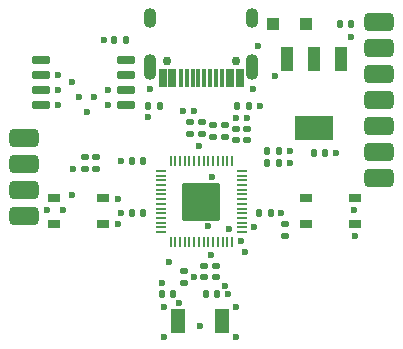
<source format=gbr>
%TF.GenerationSoftware,KiCad,Pcbnew,(6.0.4)*%
%TF.CreationDate,2022-07-20T20:12:39-04:00*%
%TF.ProjectId,Palette_Chip_KiCAD,50616c65-7474-4655-9f43-6869705f4b69,rev?*%
%TF.SameCoordinates,Original*%
%TF.FileFunction,Soldermask,Top*%
%TF.FilePolarity,Negative*%
%FSLAX46Y46*%
G04 Gerber Fmt 4.6, Leading zero omitted, Abs format (unit mm)*
G04 Created by KiCad (PCBNEW (6.0.4)) date 2022-07-20 20:12:39*
%MOMM*%
%LPD*%
G01*
G04 APERTURE LIST*
G04 Aperture macros list*
%AMRoundRect*
0 Rectangle with rounded corners*
0 $1 Rounding radius*
0 $2 $3 $4 $5 $6 $7 $8 $9 X,Y pos of 4 corners*
0 Add a 4 corners polygon primitive as box body*
4,1,4,$2,$3,$4,$5,$6,$7,$8,$9,$2,$3,0*
0 Add four circle primitives for the rounded corners*
1,1,$1+$1,$2,$3*
1,1,$1+$1,$4,$5*
1,1,$1+$1,$6,$7*
1,1,$1+$1,$8,$9*
0 Add four rect primitives between the rounded corners*
20,1,$1+$1,$2,$3,$4,$5,0*
20,1,$1+$1,$4,$5,$6,$7,0*
20,1,$1+$1,$6,$7,$8,$9,0*
20,1,$1+$1,$8,$9,$2,$3,0*%
G04 Aperture macros list end*
%ADD10R,1.100000X1.100000*%
%ADD11RoundRect,0.140000X-0.140000X-0.170000X0.140000X-0.170000X0.140000X0.170000X-0.140000X0.170000X0*%
%ADD12RoundRect,0.381000X-0.869000X-0.381000X0.869000X-0.381000X0.869000X0.381000X-0.869000X0.381000X0*%
%ADD13RoundRect,0.135000X0.185000X-0.135000X0.185000X0.135000X-0.185000X0.135000X-0.185000X-0.135000X0*%
%ADD14R,1.295400X2.006600*%
%ADD15C,0.750000*%
%ADD16RoundRect,0.050000X0.300000X0.725000X-0.300000X0.725000X-0.300000X-0.725000X0.300000X-0.725000X0*%
%ADD17RoundRect,0.050000X0.150000X0.725000X-0.150000X0.725000X-0.150000X-0.725000X0.150000X-0.725000X0*%
%ADD18O,1.100000X2.200000*%
%ADD19O,1.100000X1.700000*%
%ADD20RoundRect,0.140000X0.140000X0.170000X-0.140000X0.170000X-0.140000X-0.170000X0.140000X-0.170000X0*%
%ADD21RoundRect,0.135000X-0.185000X0.135000X-0.185000X-0.135000X0.185000X-0.135000X0.185000X0.135000X0*%
%ADD22R,1.050000X0.650000*%
%ADD23RoundRect,0.150000X-0.650000X-0.150000X0.650000X-0.150000X0.650000X0.150000X-0.650000X0.150000X0*%
%ADD24RoundRect,0.140000X-0.170000X0.140000X-0.170000X-0.140000X0.170000X-0.140000X0.170000X0.140000X0*%
%ADD25RoundRect,0.135000X0.135000X0.185000X-0.135000X0.185000X-0.135000X-0.185000X0.135000X-0.185000X0*%
%ADD26RoundRect,0.050000X-0.387500X-0.050000X0.387500X-0.050000X0.387500X0.050000X-0.387500X0.050000X0*%
%ADD27RoundRect,0.050000X-0.050000X-0.387500X0.050000X-0.387500X0.050000X0.387500X-0.050000X0.387500X0*%
%ADD28RoundRect,0.144000X-1.456000X-1.456000X1.456000X-1.456000X1.456000X1.456000X-1.456000X1.456000X0*%
%ADD29RoundRect,0.140000X0.170000X-0.140000X0.170000X0.140000X-0.170000X0.140000X-0.170000X-0.140000X0*%
%ADD30R,1.000000X2.150000*%
%ADD31R,3.250000X2.150000*%
%ADD32RoundRect,0.135000X-0.135000X-0.185000X0.135000X-0.185000X0.135000X0.185000X-0.135000X0.185000X0*%
%ADD33C,0.600000*%
G04 APERTURE END LIST*
D10*
%TO.C,D14*%
X152275000Y-79450000D03*
X149475000Y-79450000D03*
%TD*%
D11*
%TO.C,C15*%
X152945000Y-90380000D03*
X153905000Y-90380000D03*
%TD*%
D12*
%TO.C,2*%
X158415000Y-81500000D03*
%TD*%
D13*
%TO.C,R3*%
X133520000Y-91780000D03*
X133520000Y-90760000D03*
%TD*%
D14*
%TO.C,Y1*%
X145157300Y-104645100D03*
X141452700Y-104645100D03*
%TD*%
D15*
%TO.C,USB1*%
X140515000Y-82617500D03*
X146295000Y-82617500D03*
D16*
X146630000Y-84062500D03*
X145855000Y-84062500D03*
D17*
X145155000Y-84062500D03*
X144655000Y-84062500D03*
X144155000Y-84062500D03*
X143655000Y-84062500D03*
X143155000Y-84062500D03*
X142655000Y-84062500D03*
X142155000Y-84062500D03*
X141655000Y-84062500D03*
D16*
X140955000Y-84062500D03*
X140180000Y-84062500D03*
D18*
X139085000Y-83147500D03*
D19*
X147725000Y-78967500D03*
X139085000Y-78967500D03*
D18*
X147725000Y-83147500D03*
%TD*%
D11*
%TO.C,C12*%
X148995000Y-91217500D03*
X149955000Y-91217500D03*
%TD*%
D12*
%TO.C,7*%
X158415000Y-92500000D03*
%TD*%
D20*
%TO.C,C16*%
X137005000Y-80790000D03*
X136045000Y-80790000D03*
%TD*%
%TO.C,C10*%
X138485000Y-95497500D03*
X137525000Y-95497500D03*
%TD*%
D12*
%TO.C,Led2*%
X128415000Y-95690000D03*
%TD*%
D21*
%TO.C,R1*%
X141965000Y-100370000D03*
X141965000Y-101390000D03*
%TD*%
D12*
%TO.C,5*%
X158415000Y-88100000D03*
%TD*%
D11*
%TO.C,C9*%
X148305000Y-95500000D03*
X149265000Y-95500000D03*
%TD*%
D12*
%TO.C,6*%
X158415000Y-90300000D03*
%TD*%
D22*
%TO.C,S2*%
X152245000Y-94225000D03*
X156395000Y-94225000D03*
X152245000Y-96375000D03*
X156395000Y-96375000D03*
%TD*%
D12*
%TO.C,4*%
X158415000Y-85900000D03*
%TD*%
%TO.C,1*%
X158415000Y-79300000D03*
%TD*%
D13*
%TO.C,R4*%
X134500000Y-91780000D03*
X134500000Y-90760000D03*
%TD*%
D12*
%TO.C,Rot_A*%
X128415000Y-89090000D03*
%TD*%
D23*
%TO.C,U2*%
X129805000Y-82525000D03*
X129805000Y-83795000D03*
X129805000Y-85065000D03*
X129805000Y-86335000D03*
X137005000Y-86335000D03*
X137005000Y-85065000D03*
X137005000Y-83795000D03*
X137005000Y-82525000D03*
%TD*%
D24*
%TO.C,C11*%
X143595000Y-99930000D03*
X143595000Y-100890000D03*
%TD*%
D21*
%TO.C,R7*%
X145375000Y-88055000D03*
X145375000Y-89075000D03*
%TD*%
D12*
%TO.C,3*%
X158415000Y-83700000D03*
%TD*%
D13*
%TO.C,R2*%
X150440000Y-97400000D03*
X150440000Y-96380000D03*
%TD*%
D20*
%TO.C,C3*%
X144725000Y-102320000D03*
X143765000Y-102320000D03*
%TD*%
D11*
%TO.C,C14*%
X155125000Y-79440000D03*
X156085000Y-79440000D03*
%TD*%
D25*
%TO.C,R5*%
X139885000Y-86440000D03*
X138865000Y-86440000D03*
%TD*%
D13*
%TO.C,R8*%
X144395000Y-89075000D03*
X144395000Y-88055000D03*
%TD*%
D26*
%TO.C,U1*%
X139957500Y-91897500D03*
X139957500Y-92297500D03*
X139957500Y-92697500D03*
X139957500Y-93097500D03*
X139957500Y-93497500D03*
X139957500Y-93897500D03*
X139957500Y-94297500D03*
X139957500Y-94697500D03*
X139957500Y-95097500D03*
X139957500Y-95497500D03*
X139957500Y-95897500D03*
X139957500Y-96297500D03*
X139957500Y-96697500D03*
X139957500Y-97097500D03*
D27*
X140795000Y-97935000D03*
X141195000Y-97935000D03*
X141595000Y-97935000D03*
X141995000Y-97935000D03*
X142395000Y-97935000D03*
X142795000Y-97935000D03*
X143195000Y-97935000D03*
X143595000Y-97935000D03*
X143995000Y-97935000D03*
X144395000Y-97935000D03*
X144795000Y-97935000D03*
X145195000Y-97935000D03*
X145595000Y-97935000D03*
X145995000Y-97935000D03*
D26*
X146832500Y-97097500D03*
X146832500Y-96697500D03*
X146832500Y-96297500D03*
X146832500Y-95897500D03*
X146832500Y-95497500D03*
X146832500Y-95097500D03*
X146832500Y-94697500D03*
X146832500Y-94297500D03*
X146832500Y-93897500D03*
X146832500Y-93497500D03*
X146832500Y-93097500D03*
X146832500Y-92697500D03*
X146832500Y-92297500D03*
X146832500Y-91897500D03*
D27*
X145995000Y-91060000D03*
X145595000Y-91060000D03*
X145195000Y-91060000D03*
X144795000Y-91060000D03*
X144395000Y-91060000D03*
X143995000Y-91060000D03*
X143595000Y-91060000D03*
X143195000Y-91060000D03*
X142795000Y-91060000D03*
X142395000Y-91060000D03*
X141995000Y-91060000D03*
X141595000Y-91060000D03*
X141195000Y-91060000D03*
X140795000Y-91060000D03*
D28*
X143395000Y-94497500D03*
%TD*%
D11*
%TO.C,C2*%
X140035000Y-102320000D03*
X140995000Y-102320000D03*
%TD*%
D20*
%TO.C,C8*%
X138485000Y-91097500D03*
X137525000Y-91097500D03*
%TD*%
D29*
%TO.C,C6*%
X143415000Y-88740000D03*
X143415000Y-87780000D03*
%TD*%
%TO.C,C7*%
X147305000Y-89315000D03*
X147305000Y-88355000D03*
%TD*%
D22*
%TO.C,S1*%
X130935000Y-94240000D03*
X135085000Y-94240000D03*
X130935000Y-96390000D03*
X135085000Y-96390000D03*
%TD*%
D29*
%TO.C,C1*%
X142455000Y-88742500D03*
X142455000Y-87782500D03*
%TD*%
D11*
%TO.C,C13*%
X148995000Y-90257500D03*
X149955000Y-90257500D03*
%TD*%
D30*
%TO.C,IC1*%
X155240750Y-82440000D03*
X152940750Y-82440000D03*
X150640750Y-82440000D03*
D31*
X152940750Y-88240000D03*
%TD*%
D12*
%TO.C,Rot_B*%
X128415000Y-91290000D03*
%TD*%
%TO.C,Led1*%
X128415000Y-93490000D03*
%TD*%
D29*
%TO.C,C5*%
X146345000Y-89315000D03*
X146345000Y-88355000D03*
%TD*%
D32*
%TO.C,R6*%
X146425000Y-86440000D03*
X147445000Y-86440000D03*
%TD*%
D24*
%TO.C,C4*%
X144675000Y-99930000D03*
X144675000Y-100890000D03*
%TD*%
D33*
X147745000Y-84940000D03*
X140265000Y-103460000D03*
X156355000Y-95255000D03*
X136345000Y-96390000D03*
X138865000Y-87350000D03*
X135135000Y-80790000D03*
X136340000Y-94245000D03*
X142765000Y-100890000D03*
X140275000Y-105980000D03*
X145635000Y-102320000D03*
X146345000Y-87417500D03*
X150865000Y-91210000D03*
X146345000Y-105980000D03*
X136615000Y-95490000D03*
X140625000Y-99590000D03*
X146335000Y-103460000D03*
X154815000Y-90380000D03*
X145415000Y-101630000D03*
X143285000Y-105070000D03*
X150175000Y-95492500D03*
X148355000Y-86440000D03*
X131270000Y-86330000D03*
X156085000Y-80570000D03*
X141805000Y-86830000D03*
X150865000Y-90250000D03*
X141525000Y-103080000D03*
X142765000Y-86830000D03*
X140035000Y-101410000D03*
X139065000Y-84950000D03*
X136605000Y-91100000D03*
X156385000Y-97405000D03*
X147305000Y-87447500D03*
X145705000Y-96810000D03*
X149625000Y-83880000D03*
X146775000Y-97870000D03*
X148195000Y-81310000D03*
X132410000Y-93970000D03*
X132500000Y-91780000D03*
X147895000Y-96650000D03*
X147135000Y-98800000D03*
X131270000Y-83790000D03*
X132475000Y-84370000D03*
X131270000Y-85060000D03*
X133065000Y-85655000D03*
X135535000Y-86325000D03*
X133745000Y-86910000D03*
X134335000Y-85640000D03*
X135535000Y-85060000D03*
X144285000Y-92400000D03*
X144205000Y-98990000D03*
X143995000Y-96600000D03*
X143197933Y-89774223D03*
X130300000Y-95250000D03*
X131720000Y-95250000D03*
M02*

</source>
